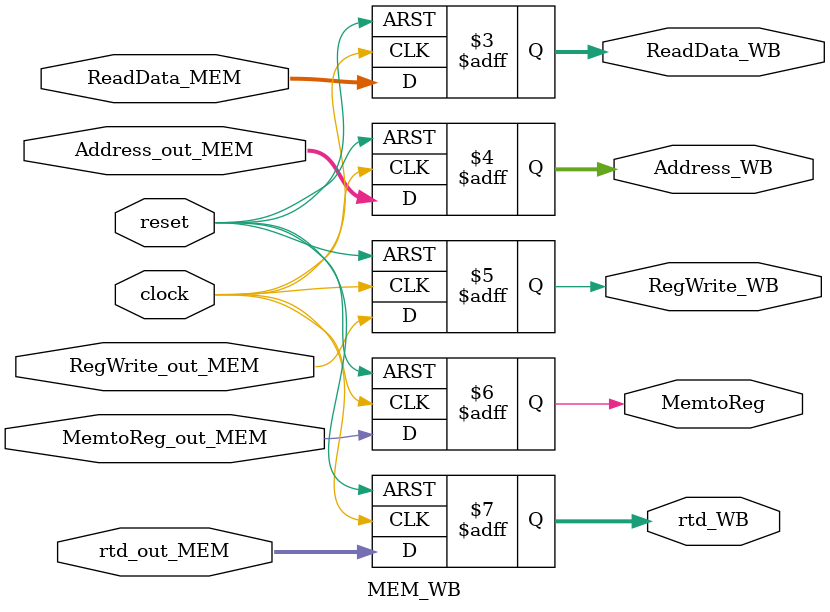
<source format=v>
`timescale 1ns / 1ps
module MEM_WB(clock, reset, RegWrite_out_MEM, MemtoReg_out_MEM, ReadData_MEM, Address_out_MEM, rtd_out_MEM, ReadData_WB, Address_WB, RegWrite_WB, MemtoReg, rtd_WB);
input RegWrite_out_MEM, MemtoReg_out_MEM, clock, reset;
input [31:0] ReadData_MEM, Address_out_MEM;
input [4:0] rtd_out_MEM;

output [31:0] ReadData_WB;
output [31:0] Address_WB;
output RegWrite_WB, MemtoReg;
output [4:0] rtd_WB;

reg [31:0] ReadData_WB;
reg [31:0] Address_WB;
reg RegWrite_WB, MemtoReg;
reg [4:0] rtd_WB;

/*initial begin
	   $display("************************************************************");
		$display("The textual simulation results in MEM :");
		$display("************************************************************");
		$monitor($time,, "clock = %d RegWrite_WB = %b  Address_WB = %b rtd_WB = %d ReadData_WB = %d", clock, RegWrite_WB, Address_WB, rtd_WB , ReadData_WB);
	   end
*/

/*initial begin
	   $display("************************************************************");
		$display("The textual simulation results in MEM :");
		$display("************************************************************");
		$monitor($time,, "RegWrite = %d" ,  RegWrite_WB);
end*/

/*initial begin
	   $display("************************************************************");
		$display("The textual simulation results in MEM :");
		$display("************************************************************");
		$monitor($time,, "Rtd_WB = %d  Rtd_MEM = %d" ,  rtd_WB, rtd_out_MEM);
end*/

always @ (posedge clock or posedge reset)
begin
if (reset == 1)
begin
    RegWrite_WB <= 0;
	 MemtoReg <=  0;
	 Address_WB <= 0;
	 ReadData_WB <= 0;
	 rtd_WB <= 0;
end
else begin
    RegWrite_WB <= RegWrite_out_MEM;
	 MemtoReg <=  MemtoReg_out_MEM;
	 Address_WB <= Address_out_MEM;
	 ReadData_WB <= ReadData_MEM;
	 rtd_WB <= rtd_out_MEM;
end
end



endmodule

</source>
